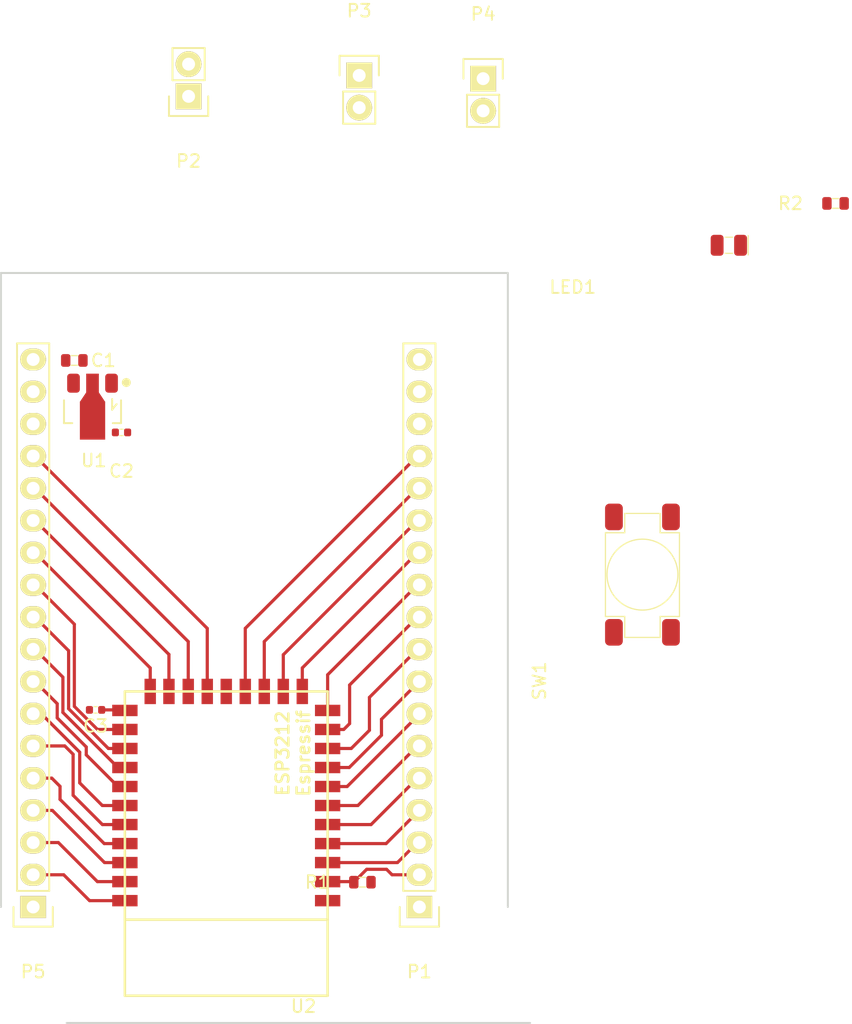
<source format=kicad_pcb>
(kicad_pcb (version 20160815) (host pcbnew "(2016-09-14 revision 83ed3c9)-makepkg")

  (general
    (links 59)
    (no_connects 47)
    (area 99.924999 49.924999 141.832401 109.219201)
    (thickness 1.6)
    (drawings 5)
    (tracks 113)
    (zones 0)
    (modules 14)
    (nets 36)
  )

  (page A4)
  (layers
    (0 F.Cu signal)
    (31 B.Cu signal)
    (32 B.Adhes user)
    (33 F.Adhes user)
    (34 B.Paste user)
    (35 F.Paste user)
    (36 B.SilkS user)
    (37 F.SilkS user)
    (38 B.Mask user)
    (39 F.Mask user)
    (40 Dwgs.User user)
    (41 Cmts.User user)
    (42 Eco1.User user)
    (43 Eco2.User user)
    (44 Edge.Cuts user)
    (45 Margin user)
    (46 B.CrtYd user)
    (47 F.CrtYd user)
    (48 B.Fab user)
    (49 F.Fab user hide)
  )

  (setup
    (last_trace_width 0.25)
    (trace_clearance 0.2)
    (zone_clearance 0.508)
    (zone_45_only no)
    (trace_min 0.2)
    (segment_width 0.2)
    (edge_width 0.15)
    (via_size 0.6)
    (via_drill 0.4)
    (via_min_size 0.4)
    (via_min_drill 0.3)
    (uvia_size 0.3)
    (uvia_drill 0.1)
    (uvias_allowed no)
    (uvia_min_size 0.2)
    (uvia_min_drill 0.1)
    (pcb_text_width 0.3)
    (pcb_text_size 1.5 1.5)
    (mod_edge_width 0.15)
    (mod_text_size 0.5 0.5)
    (mod_text_width 0.1)
    (pad_size 1.524 1.524)
    (pad_drill 0.762)
    (pad_to_mask_clearance 0.2)
    (aux_axis_origin 0 0)
    (grid_origin 117.983 112.9034)
    (visible_elements 7FFFFFFF)
    (pcbplotparams
      (layerselection 0x00030_80000001)
      (usegerberextensions false)
      (excludeedgelayer true)
      (linewidth 0.100000)
      (plotframeref false)
      (viasonmask false)
      (mode 1)
      (useauxorigin false)
      (hpglpennumber 1)
      (hpglpenspeed 20)
      (hpglpendiameter 15)
      (psnegative false)
      (psa4output false)
      (plotreference true)
      (plotvalue true)
      (plotinvisibletext false)
      (padsonsilk false)
      (subtractmaskfromsilk false)
      (outputformat 1)
      (mirror false)
      (drillshape 1)
      (scaleselection 1)
      (outputdirectory ""))
  )

  (net 0 "")
  (net 1 GND)
  (net 2 +3V3)
  (net 3 +5V)
  (net 4 "Net-(P1-Pad12)")
  (net 5 "Net-(P1-Pad13)")
  (net 6 "Net-(P1-Pad14)")
  (net 7 "Net-(P1-Pad15)")
  (net 8 "Net-(P2-Pad1)")
  (net 9 "Net-(LED1-Pad1)")
  (net 10 /IO27)
  (net 11 /IO26)
  (net 12 /IO25)
  (net 13 /IO33)
  (net 14 /IO32)
  (net 15 /IO35)
  (net 16 /IO34)
  (net 17 "Net-(P1-Pad4)")
  (net 18 "Net-(P1-Pad3)")
  (net 19 "Net-(P1-Pad2)")
  (net 20 "Net-(P3-Pad1)")
  (net 21 "Net-(P4-Pad1)")
  (net 22 "Net-(P4-Pad2)")
  (net 23 /TXD)
  (net 24 /RXD)
  (net 25 "Net-(P5-Pad6)")
  (net 26 "Net-(P5-Pad7)")
  (net 27 "Net-(P5-Pad8)")
  (net 28 "Net-(P5-Pad9)")
  (net 29 "Net-(P5-Pad10)")
  (net 30 "Net-(P5-Pad11)")
  (net 31 "Net-(P5-Pad12)")
  (net 32 "Net-(P5-Pad13)")
  (net 33 "Net-(P5-Pad3)")
  (net 34 "Net-(R2-Pad1)")
  (net 35 "Net-(LED1-Pad2)")

  (net_class Default "This is the default net class."
    (clearance 0.2)
    (trace_width 0.25)
    (via_dia 0.6)
    (via_drill 0.4)
    (uvia_dia 0.3)
    (uvia_drill 0.1)
    (diff_pair_gap 0.25)
    (diff_pair_width 0.2)
    (add_net +3V3)
    (add_net +5V)
    (add_net /IO25)
    (add_net /IO26)
    (add_net /IO27)
    (add_net /IO32)
    (add_net /IO33)
    (add_net /IO34)
    (add_net /IO35)
    (add_net /RXD)
    (add_net /TXD)
    (add_net GND)
    (add_net "Net-(LED1-Pad1)")
    (add_net "Net-(LED1-Pad2)")
    (add_net "Net-(P1-Pad12)")
    (add_net "Net-(P1-Pad13)")
    (add_net "Net-(P1-Pad14)")
    (add_net "Net-(P1-Pad15)")
    (add_net "Net-(P1-Pad2)")
    (add_net "Net-(P1-Pad3)")
    (add_net "Net-(P1-Pad4)")
    (add_net "Net-(P2-Pad1)")
    (add_net "Net-(P3-Pad1)")
    (add_net "Net-(P4-Pad1)")
    (add_net "Net-(P4-Pad2)")
    (add_net "Net-(P5-Pad10)")
    (add_net "Net-(P5-Pad11)")
    (add_net "Net-(P5-Pad12)")
    (add_net "Net-(P5-Pad13)")
    (add_net "Net-(P5-Pad3)")
    (add_net "Net-(P5-Pad6)")
    (add_net "Net-(P5-Pad7)")
    (add_net "Net-(P5-Pad8)")
    (add_net "Net-(P5-Pad9)")
    (add_net "Net-(R2-Pad1)")
  )

  (module PCB_Footprints:C0402 (layer F.Cu) (tedit 57E6FB87) (tstamp 57CFBCC8)
    (at 109.5121 62.5729)
    (path /57D03501)
    (fp_text reference C2 (at 0 3.048) (layer F.SilkS)
      (effects (font (size 1 1) (thickness 0.15)))
    )
    (fp_text value CL05B104JP5NNNC (at 0 -2.159) (layer F.Fab)
      (effects (font (size 1 1) (thickness 0.15)))
    )
    (fp_line (start -0.127 -0.254) (end 0.127 -0.254) (layer F.SilkS) (width 0.1))
    (fp_line (start -0.127 0.254) (end 0.127 0.254) (layer F.SilkS) (width 0.1))
    (fp_line (start -0.965 -0.508) (end 0.965 -0.508) (layer Dwgs.User) (width 0.05))
    (fp_line (start 0.965 -0.508) (end 0.965 0.508) (layer Dwgs.User) (width 0.05))
    (fp_line (start -0.965 0.508) (end 0.965 0.508) (layer Dwgs.User) (width 0.05))
    (fp_line (start -0.965 -0.508) (end -0.965 0.508) (layer Dwgs.User) (width 0.05))
    (fp_line (start 0 -0.127) (end 0 0.127) (layer Dwgs.User) (width 0.05))
    (fp_line (start 0.127 0) (end -0.127 0) (layer Dwgs.User) (width 0.05))
    (fp_line (start -0.5 0.29) (end 0.5 0.29) (layer Eco1.User) (width 0.05))
    (fp_line (start -0.5 -0.29) (end -0.5 0.29) (layer Eco1.User) (width 0.05))
    (fp_line (start 0.5 -0.29) (end -0.5 -0.29) (layer Eco1.User) (width 0.05))
    (fp_line (start 0.5 0.29) (end 0.5 -0.29) (layer Eco1.User) (width 0.05))
    (pad 1 smd roundrect (at -0.483 0) (size 0.559 0.61) (layers F.Cu F.Paste F.Mask)(roundrect_rratio 0.25)
      (net 2 +3V3) (solder_mask_margin 0.102))
    (pad 2 smd roundrect (at 0.483 0) (size 0.559 0.61) (layers F.Cu F.Paste F.Mask)(roundrect_rratio 0.25)
      (net 1 GND) (solder_mask_margin 0.102))
    (model C:/Users/adam/Documents/GitHub/footprints/3D/STEP/CAPC-0402-T0.55-BN.stp
      (at (xyz 0 0 0))
      (scale (xyz 1 1 1))
      (rotate (xyz 0 0 0))
    )
  )

  (module ESP32-footprints-Lib:ESP3212 (layer F.Cu) (tedit 57E6FB87) (tstamp 57CFBD30)
    (at 117.78 95 180)
    (path /57E608A1)
    (fp_text reference U2 (at -6.096 -12.827 180) (layer F.SilkS)
      (effects (font (size 1 1) (thickness 0.15)))
    )
    (fp_text value ESP3212 (at 4.953 -12.954 180) (layer F.Fab)
      (effects (font (size 1 1) (thickness 0.15)))
    )
    (fp_line (start -8 12) (end -8 -12) (layer F.SilkS) (width 0.2))
    (fp_line (start 8 12) (end -8 12) (layer F.SilkS) (width 0.2))
    (fp_line (start 8 -12) (end 8 12) (layer F.SilkS) (width 0.2))
    (fp_line (start -8 -12) (end 8 -12) (layer F.SilkS) (width 0.2))
    (fp_line (start -8 -6) (end 8 -6) (layer F.SilkS) (width 0.2))
    (fp_text user ESP3212 (at -4.445 7.112 270) (layer F.SilkS)
      (effects (font (size 1 1) (thickness 0.2)))
    )
    (fp_text user Espressif (at -6.096 7.112 270) (layer F.SilkS)
      (effects (font (size 1 1) (thickness 0.2)))
    )
    (fp_text user "NO COPPER" (at 0 -8.763 180) (layer Dwgs.User)
      (effects (font (size 1 1) (thickness 0.15)))
    )
    (fp_line (start 0 -1.5) (end 0 1.5) (layer Dwgs.User) (width 0.05))
    (fp_line (start 1.5 0) (end -1.5 0) (layer Dwgs.User) (width 0.05))
    (pad 20 smd rect (at 6 12 180) (size 0.9 2) (layers F.Cu F.Paste F.Mask)
      (net 31 "Net-(P5-Pad12)"))
    (pad 19 smd rect (at 4.524 12 180) (size 0.9 2) (layers F.Cu F.Paste F.Mask)
      (net 32 "Net-(P5-Pad13)"))
    (pad 18 smd rect (at 3 12 180) (size 0.9 2) (layers F.Cu F.Paste F.Mask)
      (net 8 "Net-(P2-Pad1)"))
    (pad 17 smd rect (at 1.5 12 180) (size 0.9 2) (layers F.Cu F.Paste F.Mask)
      (net 20 "Net-(P3-Pad1)"))
    (pad 16 smd rect (at 0 12 180) (size 0.9 2) (layers F.Cu F.Paste F.Mask)
      (net 1 GND))
    (pad 15 smd rect (at -1.5 12 180) (size 0.9 2) (layers F.Cu F.Paste F.Mask)
      (net 7 "Net-(P1-Pad15)"))
    (pad 14 smd rect (at -3 12 180) (size 0.9 2) (layers F.Cu F.Paste F.Mask)
      (net 6 "Net-(P1-Pad14)"))
    (pad 13 smd rect (at -4.5 12 180) (size 0.9 2) (layers F.Cu F.Paste F.Mask)
      (net 5 "Net-(P1-Pad13)"))
    (pad 12 smd rect (at -6 12 180) (size 0.9 2) (layers F.Cu F.Paste F.Mask)
      (net 4 "Net-(P1-Pad12)"))
    (pad 1 smd rect (at -8 -4.5 180) (size 2 0.9) (layers F.Cu F.Paste F.Mask)
      (net 1 GND))
    (pad 26 smd rect (at 8 3 180) (size 2 0.9) (layers F.Cu F.Paste F.Mask)
      (net 26 "Net-(P5-Pad7)"))
    (pad 2 smd rect (at -8 -3 180) (size 2 0.9) (layers F.Cu F.Paste F.Mask)
      (net 19 "Net-(P1-Pad2)"))
    (pad 3 smd rect (at -8 -1.5 180) (size 2 0.9) (layers F.Cu F.Paste F.Mask)
      (net 18 "Net-(P1-Pad3)"))
    (pad 4 smd rect (at -8 0 180) (size 2 0.9) (layers F.Cu F.Paste F.Mask)
      (net 17 "Net-(P1-Pad4)"))
    (pad 5 smd rect (at -8 1.5 180) (size 2 0.9) (layers F.Cu F.Paste F.Mask)
      (net 16 /IO34))
    (pad 6 smd rect (at -8 3 180) (size 2 0.9) (layers F.Cu F.Paste F.Mask)
      (net 15 /IO35))
    (pad 7 smd rect (at -8 4.5 180) (size 2 0.9) (layers F.Cu F.Paste F.Mask)
      (net 14 /IO32))
    (pad 8 smd rect (at -8 6 180) (size 2 0.9) (layers F.Cu F.Paste F.Mask)
      (net 13 /IO33))
    (pad 9 smd rect (at -8 7.5 180) (size 2 0.9) (layers F.Cu F.Paste F.Mask)
      (net 12 /IO25))
    (pad 10 smd rect (at -8 9 180) (size 2 0.9) (layers F.Cu F.Paste F.Mask)
      (net 11 /IO26))
    (pad 11 smd rect (at -8 10.5 180) (size 2 0.9) (layers F.Cu F.Paste F.Mask)
      (net 10 /IO27))
    (pad 21 smd rect (at 8 10.5 180) (size 2 0.9) (layers F.Cu F.Paste F.Mask)
      (net 2 +3V3))
    (pad 22 smd rect (at 8 9 180) (size 2 0.9) (layers F.Cu F.Paste F.Mask)
      (net 30 "Net-(P5-Pad11)"))
    (pad 23 smd rect (at 8 7.5 180) (size 2 0.9) (layers F.Cu F.Paste F.Mask)
      (net 29 "Net-(P5-Pad10)"))
    (pad 24 smd rect (at 8 6 180) (size 2 0.9) (layers F.Cu F.Paste F.Mask)
      (net 28 "Net-(P5-Pad9)"))
    (pad 25 smd rect (at 8.001 4.5 180) (size 2 0.9) (layers F.Cu F.Paste F.Mask)
      (net 27 "Net-(P5-Pad8)"))
    (pad 27 smd rect (at 8 1.5 180) (size 2 0.9) (layers F.Cu F.Paste F.Mask)
      (net 25 "Net-(P5-Pad6)"))
    (pad 28 smd rect (at 8 0 180) (size 2 0.9) (layers F.Cu F.Paste F.Mask)
      (net 24 /RXD))
    (pad 29 smd rect (at 8 -1.5 180) (size 2 0.9) (layers F.Cu F.Paste F.Mask)
      (net 23 /TXD))
    (pad 30 smd rect (at 8 -3 180) (size 2 0.9) (layers F.Cu F.Paste F.Mask)
      (net 33 "Net-(P5-Pad3)"))
    (pad 31 smd rect (at 8 -4.5 180) (size 2 0.9) (layers F.Cu F.Paste F.Mask)
      (net 1 GND))
  )

  (module PCB_Footprints:C0603 (layer F.Cu) (tedit 57E71FBD) (tstamp 57CFBCC0)
    (at 105.791 56.8964 180)
    (path /57D06BFA)
    (fp_text reference C1 (at -2.286 0 180) (layer F.SilkS)
      (effects (font (size 1 1) (thickness 0.15)))
    )
    (fp_text value CL10A106KQ8NNNC (at 0 -1.397 180) (layer F.Fab)
      (effects (font (size 1 1) (thickness 0.15)))
    )
    (fp_line (start -0.254 -0.381) (end 0.254 -0.381) (layer F.SilkS) (width 0.1))
    (fp_line (start -0.254 0.381) (end 0.254 0.381) (layer F.SilkS) (width 0.1))
    (fp_line (start -1.275 -0.7) (end 1.275 -0.7) (layer Dwgs.User) (width 0.05))
    (fp_line (start -1.275 0.7) (end 1.275 0.7) (layer Dwgs.User) (width 0.05))
    (fp_line (start -1.275 -0.7) (end -1.275 0.7) (layer Dwgs.User) (width 0.05))
    (fp_line (start 1.275 -0.7) (end 1.275 0.7) (layer Dwgs.User) (width 0.05))
    (fp_line (start 0 -0.127) (end 0 0.127) (layer Dwgs.User) (width 0.05))
    (fp_line (start 0.127 0) (end -0.127 0) (layer Dwgs.User) (width 0.05))
    (fp_line (start 0.127 -0.254) (end -0.127 -0.254) (layer F.Mask) (width 0.05))
    (fp_line (start 0.127 0.254) (end 0.127 -0.254) (layer F.Mask) (width 0.05))
    (fp_line (start -0.127 0.254) (end 0.127 0.254) (layer F.Mask) (width 0.05))
    (fp_line (start -0.127 -0.254) (end -0.127 0.254) (layer F.Mask) (width 0.05))
    (fp_line (start 0.8 -0.4) (end -0.8 -0.4) (layer Eco1.User) (width 0.05))
    (fp_line (start 0.8 0.4) (end 0.8 -0.4) (layer Eco1.User) (width 0.05))
    (fp_line (start -0.8 0.4) (end 0.8 0.4) (layer Eco1.User) (width 0.05))
    (fp_line (start -0.8 -0.4) (end -0.8 0.4) (layer Eco1.User) (width 0.05))
    (pad 1 smd roundrect (at -0.68 0 180) (size 0.74 1) (layers F.Cu F.Paste F.Mask)(roundrect_rratio 0.25)
      (net 3 +5V) (solder_mask_margin 0.102))
    (pad 2 smd roundrect (at 0.68 0 180) (size 0.74 1) (layers F.Cu F.Paste F.Mask)(roundrect_rratio 0.25)
      (net 1 GND) (solder_mask_margin 0.102))
    (model C:/Users/adam/Documents/GitHub/footprints/3D/STEP/CAPC-0603-T0.9-BN.stp
      (at (xyz 0 0 0))
      (scale (xyz 1 1 1))
      (rotate (xyz 0 0 0))
    )
  )

  (module PCB_Footprints:AZ1117CR-3.3TRG1 (layer F.Cu) (tedit 57E6FB87) (tstamp 57CFBCFE)
    (at 107.2261 60.5409 180)
    (descr SOT89-3_Housing)
    (tags SOT89-3_Housing)
    (path /57D03030)
    (attr smd)
    (fp_text reference U1 (at -0.09906 -4.24942 180) (layer F.SilkS)
      (effects (font (size 1 1) (thickness 0.15)))
    )
    (fp_text value AZ1117CR-3.3TRG1_1 (at 0 3.556 180) (layer F.Fab)
      (effects (font (size 1 1) (thickness 0.15)))
    )
    (fp_line (start 2.25044 -1.30048) (end 1.6002 -1.30048) (layer F.SilkS) (width 0.15))
    (fp_line (start 2.25044 -1.30048) (end 2.25044 0.50038) (layer F.SilkS) (width 0.15))
    (fp_line (start -2.25044 -1.30048) (end -1.6002 -1.30048) (layer F.SilkS) (width 0.15))
    (fp_line (start -2.25044 -1.30048) (end -2.25044 0.50038) (layer F.SilkS) (width 0.15))
    (fp_line (start -1.5494 -0.24892) (end -1.5494 0.59944) (layer F.SilkS) (width 0.15))
    (fp_line (start -1.651 -0.09906) (end -1.5494 -0.24892) (layer F.SilkS) (width 0.15))
    (fp_line (start -1.89992 0.20066) (end -1.651 -0.09906) (layer F.SilkS) (width 0.15))
    (fp_circle (center -2.667 1.905) (end -2.54 2.032) (layer F.SilkS) (width 0.35))
    (pad 2 smd trapezoid (at 0 0.7493) (size 1.50114 0.7493) (rect_delta 0 0.50038 ) (layers F.Cu F.Paste F.Mask)
      (net 2 +3V3) (solder_mask_margin 0.102))
    (pad 2 smd rect (at 0 -1.09982 180) (size 1.99898 2.99974) (layers F.Cu F.Paste F.Mask)
      (net 2 +3V3) (solder_mask_margin 0.102))
    (pad 3 smd roundrect (at 1.50114 1.85166 180) (size 1.00076 1.50114) (layers F.Cu F.Paste F.Mask)(roundrect_rratio 0.25)
      (net 3 +5V) (solder_mask_margin 0.102))
    (pad 2 smd rect (at 0 1.85166 180) (size 1.00076 1.50114) (layers F.Cu F.Paste F.Mask)
      (net 2 +3V3) (solder_mask_margin 0.102))
    (pad 1 smd roundrect (at -1.50114 1.85166 180) (size 1.00076 1.50114) (layers F.Cu F.Paste F.Mask)(roundrect_rratio 0.25)
      (net 1 GND) (solder_mask_margin 0.102))
    (model TO_SOT_Packages_SMD.3dshapes/SOT89-3_Housing.wrl
      (at (xyz 0 0 0))
      (scale (xyz 0.3937 0.3937 0.3937))
      (rotate (xyz 0 0 0))
    )
  )

  (module OnHand-Components:C0402 (layer F.Cu) (tedit 57E6FB87) (tstamp 57E6E3CC)
    (at 107.467 84.4554 180)
    (path /57E61ACF)
    (fp_text reference C3 (at 0 -1.27 180) (layer F.SilkS)
      (effects (font (size 1 1) (thickness 0.15)))
    )
    (fp_text value GRM155R71C104KA88D (at 0 -2.159 180) (layer F.Fab)
      (effects (font (size 1 1) (thickness 0.15)))
    )
    (fp_line (start -0.127 -0.254) (end 0.127 -0.254) (layer F.SilkS) (width 0.1))
    (fp_line (start -0.127 0.254) (end 0.127 0.254) (layer F.SilkS) (width 0.1))
    (fp_line (start -0.965 -0.508) (end 0.965 -0.508) (layer Dwgs.User) (width 0.05))
    (fp_line (start 0.965 -0.508) (end 0.965 0.508) (layer Dwgs.User) (width 0.05))
    (fp_line (start -0.965 0.508) (end 0.965 0.508) (layer Dwgs.User) (width 0.05))
    (fp_line (start -0.965 -0.508) (end -0.965 0.508) (layer Dwgs.User) (width 0.05))
    (fp_line (start 0 -0.127) (end 0 0.127) (layer Dwgs.User) (width 0.05))
    (fp_line (start 0.127 0) (end -0.127 0) (layer Dwgs.User) (width 0.05))
    (fp_line (start -0.5 0.29) (end 0.5 0.29) (layer Eco1.User) (width 0.05))
    (fp_line (start -0.5 -0.29) (end -0.5 0.29) (layer Eco1.User) (width 0.05))
    (fp_line (start 0.5 -0.29) (end -0.5 -0.29) (layer Eco1.User) (width 0.05))
    (fp_line (start 0.5 0.29) (end 0.5 -0.29) (layer Eco1.User) (width 0.05))
    (pad 1 smd roundrect (at -0.483 0 180) (size 0.559 0.61) (layers F.Cu F.Paste F.Mask)(roundrect_rratio 0.25)
      (net 2 +3V3) (solder_mask_margin 0.102))
    (pad 2 smd roundrect (at 0.483 0 180) (size 0.559 0.61) (layers F.Cu F.Paste F.Mask)(roundrect_rratio 0.25)
      (net 1 GND) (solder_mask_margin 0.102))
    (model C:/Users/adam/Documents/GitHub/KiCAD-OnHand-Lib/3D/CAPC-0402-T0.55-BN.stp
      (at (xyz 0 0 0))
      (scale (xyz 1 1 1))
      (rotate (xyz 0 0 0))
    )
  )

  (module OnHand-Components:LED0805Y (layer F.Cu) (tedit 57E6FB87) (tstamp 57E6E3D6)
    (at 157.440297 47.813342)
    (path /57E61D38)
    (fp_text reference LED1 (at -12.319 3.302) (layer F.SilkS)
      (effects (font (size 1 1) (thickness 0.15)))
    )
    (fp_text value 5988140107F (at -6.731 -4.826) (layer F.Fab)
      (effects (font (size 1 1) (thickness 0.15)))
    )
    (fp_line (start 0.3 -0.635) (end -0.3 -0.635) (layer F.SilkS) (width 0.1))
    (fp_line (start -0.3 0.635) (end 0.3 0.635) (layer F.SilkS) (width 0.1))
    (fp_line (start 1.524 -0.762) (end 1.524 0.762) (layer F.SilkS) (width 0.1))
    (fp_line (start -1.651 -1.016) (end 1.778 -1.016) (layer Dwgs.User) (width 0.05))
    (fp_line (start -1.651 1.016) (end -1.651 -1.016) (layer Dwgs.User) (width 0.05))
    (fp_line (start 1.778 1.016) (end -1.651 1.016) (layer Dwgs.User) (width 0.05))
    (fp_line (start 1.778 -1.016) (end 1.778 1.016) (layer Dwgs.User) (width 0.05))
    (fp_line (start 0 -0.254) (end 0 0.254) (layer Dwgs.User) (width 0.05))
    (fp_line (start -0.254 0) (end 0.254 0) (layer Dwgs.User) (width 0.05))
    (fp_line (start -1.1 -0.7) (end 1.1 -0.7) (layer Eco1.User) (width 0.05))
    (fp_line (start -1.1 0.7) (end -1.1 -0.7) (layer Eco1.User) (width 0.05))
    (fp_line (start 1.1 0.7) (end -1.1 0.7) (layer Eco1.User) (width 0.05))
    (fp_line (start 1.1 -0.7) (end 1.1 0.7) (layer Eco1.User) (width 0.05))
    (pad 2 smd roundrect (at 0.925 0) (size 1.016 1.651) (layers F.Cu F.Paste F.Mask)(roundrect_rratio 0.25)
      (net 35 "Net-(LED1-Pad2)") (solder_mask_margin 0.102))
    (pad 1 smd roundrect (at -0.925 0) (size 1.016 1.651) (layers F.Cu F.Paste F.Mask)(roundrect_rratio 0.25)
      (net 9 "Net-(LED1-Pad1)") (solder_mask_margin 0.102))
    (model C:/Users/adam/Documents/GitHub/KiCAD-OnHand-Lib/3D/VRML/AB2_0805_LED_YEL.wrl
      (at (xyz 0 0 0))
      (scale (xyz 0.45 0.45 0.45))
      (rotate (xyz 0 0 0))
    )
  )

  (module Pin_Headers:Pin_Header_Straight_1x18 (layer F.Cu) (tedit 57E6FB87) (tstamp 57E6E3D7)
    (at 133.02 100 180)
    (descr "Through hole pin header")
    (tags "pin header")
    (path /57E6752B)
    (fp_text reference P1 (at 0 -5.1 180) (layer F.SilkS)
      (effects (font (size 1 1) (thickness 0.15)))
    )
    (fp_text value CONN_01X18 (at 0 -3.1 180) (layer F.Fab)
      (effects (font (size 1 1) (thickness 0.15)))
    )
    (fp_line (start -1.75 -1.75) (end -1.75 44.95) (layer F.CrtYd) (width 0.05))
    (fp_line (start 1.75 -1.75) (end 1.75 44.95) (layer F.CrtYd) (width 0.05))
    (fp_line (start -1.75 -1.75) (end 1.75 -1.75) (layer F.CrtYd) (width 0.05))
    (fp_line (start -1.75 44.95) (end 1.75 44.95) (layer F.CrtYd) (width 0.05))
    (fp_line (start 1.27 1.27) (end 1.27 44.45) (layer F.SilkS) (width 0.15))
    (fp_line (start 1.27 44.45) (end -1.27 44.45) (layer F.SilkS) (width 0.15))
    (fp_line (start -1.27 44.45) (end -1.27 1.27) (layer F.SilkS) (width 0.15))
    (fp_line (start 1.55 -1.55) (end 1.55 0) (layer F.SilkS) (width 0.15))
    (fp_line (start 1.27 1.27) (end -1.27 1.27) (layer F.SilkS) (width 0.15))
    (fp_line (start -1.55 0) (end -1.55 -1.55) (layer F.SilkS) (width 0.15))
    (fp_line (start -1.55 -1.55) (end 1.55 -1.55) (layer F.SilkS) (width 0.15))
    (pad 18 thru_hole oval (at 0 43.18 180) (size 2.032 1.7272) (drill 1.016) (layers *.Cu *.Mask F.SilkS)
      (net 1 GND))
    (pad 17 thru_hole oval (at 0 40.64 180) (size 2.032 1.7272) (drill 1.016) (layers *.Cu *.Mask F.SilkS)
      (net 3 +5V))
    (pad 16 thru_hole oval (at 0 38.1 180) (size 2.032 1.7272) (drill 1.016) (layers *.Cu *.Mask F.SilkS)
      (net 2 +3V3))
    (pad 15 thru_hole oval (at 0 35.56 180) (size 2.032 1.7272) (drill 1.016) (layers *.Cu *.Mask F.SilkS)
      (net 7 "Net-(P1-Pad15)"))
    (pad 14 thru_hole oval (at 0 33.02 180) (size 2.032 1.7272) (drill 1.016) (layers *.Cu *.Mask F.SilkS)
      (net 6 "Net-(P1-Pad14)"))
    (pad 13 thru_hole oval (at 0 30.48 180) (size 2.032 1.7272) (drill 1.016) (layers *.Cu *.Mask F.SilkS)
      (net 5 "Net-(P1-Pad13)"))
    (pad 12 thru_hole oval (at 0 27.94 180) (size 2.032 1.7272) (drill 1.016) (layers *.Cu *.Mask F.SilkS)
      (net 4 "Net-(P1-Pad12)"))
    (pad 11 thru_hole oval (at 0 25.4 180) (size 2.032 1.7272) (drill 1.016) (layers *.Cu *.Mask F.SilkS)
      (net 10 /IO27))
    (pad 10 thru_hole oval (at 0 22.86 180) (size 2.032 1.7272) (drill 1.016) (layers *.Cu *.Mask F.SilkS)
      (net 11 /IO26))
    (pad 9 thru_hole oval (at 0 20.32 180) (size 2.032 1.7272) (drill 1.016) (layers *.Cu *.Mask F.SilkS)
      (net 12 /IO25))
    (pad 8 thru_hole oval (at 0 17.78 180) (size 2.032 1.7272) (drill 1.016) (layers *.Cu *.Mask F.SilkS)
      (net 13 /IO33))
    (pad 7 thru_hole oval (at 0 15.24 180) (size 2.032 1.7272) (drill 1.016) (layers *.Cu *.Mask F.SilkS)
      (net 14 /IO32))
    (pad 6 thru_hole oval (at 0 12.7 180) (size 2.032 1.7272) (drill 1.016) (layers *.Cu *.Mask F.SilkS)
      (net 15 /IO35))
    (pad 5 thru_hole oval (at 0 10.16 180) (size 2.032 1.7272) (drill 1.016) (layers *.Cu *.Mask F.SilkS)
      (net 16 /IO34))
    (pad 4 thru_hole oval (at 0 7.62 180) (size 2.032 1.7272) (drill 1.016) (layers *.Cu *.Mask F.SilkS)
      (net 17 "Net-(P1-Pad4)"))
    (pad 3 thru_hole oval (at 0 5.08 180) (size 2.032 1.7272) (drill 1.016) (layers *.Cu *.Mask F.SilkS)
      (net 18 "Net-(P1-Pad3)"))
    (pad 2 thru_hole oval (at 0 2.54 180) (size 2.032 1.7272) (drill 1.016) (layers *.Cu *.Mask F.SilkS)
      (net 19 "Net-(P1-Pad2)"))
    (pad 1 thru_hole rect (at 0 0 180) (size 2.032 1.7272) (drill 1.016) (layers *.Cu *.Mask F.SilkS)
      (net 1 GND))
    (model Pin_Headers.3dshapes/Pin_Header_Straight_1x18.wrl
      (at (xyz 0 -0.85 0))
      (scale (xyz 1 1 1))
      (rotate (xyz 0 0 90))
    )
  )

  (module Pin_Headers:Pin_Header_Straight_1x02 (layer F.Cu) (tedit 57E6FB87) (tstamp 57E6E3EC)
    (at 114.808 36.0684 180)
    (descr "Through hole pin header")
    (tags "pin header")
    (path /57E66D4B)
    (fp_text reference P2 (at 0 -5.1 180) (layer F.SilkS)
      (effects (font (size 1 1) (thickness 0.15)))
    )
    (fp_text value CONN_01X02 (at 0 -3.1 180) (layer F.Fab)
      (effects (font (size 1 1) (thickness 0.15)))
    )
    (fp_line (start 1.27 1.27) (end 1.27 3.81) (layer F.SilkS) (width 0.15))
    (fp_line (start 1.55 -1.55) (end 1.55 0) (layer F.SilkS) (width 0.15))
    (fp_line (start -1.75 -1.75) (end -1.75 4.3) (layer F.CrtYd) (width 0.05))
    (fp_line (start 1.75 -1.75) (end 1.75 4.3) (layer F.CrtYd) (width 0.05))
    (fp_line (start -1.75 -1.75) (end 1.75 -1.75) (layer F.CrtYd) (width 0.05))
    (fp_line (start -1.75 4.3) (end 1.75 4.3) (layer F.CrtYd) (width 0.05))
    (fp_line (start 1.27 1.27) (end -1.27 1.27) (layer F.SilkS) (width 0.15))
    (fp_line (start -1.55 0) (end -1.55 -1.55) (layer F.SilkS) (width 0.15))
    (fp_line (start -1.55 -1.55) (end 1.55 -1.55) (layer F.SilkS) (width 0.15))
    (fp_line (start -1.27 1.27) (end -1.27 3.81) (layer F.SilkS) (width 0.15))
    (fp_line (start -1.27 3.81) (end 1.27 3.81) (layer F.SilkS) (width 0.15))
    (pad 2 thru_hole oval (at 0 2.54 180) (size 2.032 2.032) (drill 1.016) (layers *.Cu *.Mask F.SilkS)
      (net 1 GND))
    (pad 1 thru_hole rect (at 0 0 180) (size 2.032 2.032) (drill 1.016) (layers *.Cu *.Mask F.SilkS)
      (net 8 "Net-(P2-Pad1)"))
    (model Pin_Headers.3dshapes/Pin_Header_Straight_1x02.wrl
      (at (xyz 0 -0.05 0))
      (scale (xyz 1 1 1))
      (rotate (xyz 0 0 90))
    )
  )

  (module Pin_Headers:Pin_Header_Straight_1x02 (layer F.Cu) (tedit 57E6FB87) (tstamp 57E6E3F6)
    (at 128.27 34.4174)
    (descr "Through hole pin header")
    (tags "pin header")
    (path /57E67049)
    (fp_text reference P3 (at 0 -5.1) (layer F.SilkS)
      (effects (font (size 1 1) (thickness 0.15)))
    )
    (fp_text value CONN_01X02 (at 0 -3.1) (layer F.Fab)
      (effects (font (size 1 1) (thickness 0.15)))
    )
    (fp_line (start 1.27 1.27) (end 1.27 3.81) (layer F.SilkS) (width 0.15))
    (fp_line (start 1.55 -1.55) (end 1.55 0) (layer F.SilkS) (width 0.15))
    (fp_line (start -1.75 -1.75) (end -1.75 4.3) (layer F.CrtYd) (width 0.05))
    (fp_line (start 1.75 -1.75) (end 1.75 4.3) (layer F.CrtYd) (width 0.05))
    (fp_line (start -1.75 -1.75) (end 1.75 -1.75) (layer F.CrtYd) (width 0.05))
    (fp_line (start -1.75 4.3) (end 1.75 4.3) (layer F.CrtYd) (width 0.05))
    (fp_line (start 1.27 1.27) (end -1.27 1.27) (layer F.SilkS) (width 0.15))
    (fp_line (start -1.55 0) (end -1.55 -1.55) (layer F.SilkS) (width 0.15))
    (fp_line (start -1.55 -1.55) (end 1.55 -1.55) (layer F.SilkS) (width 0.15))
    (fp_line (start -1.27 1.27) (end -1.27 3.81) (layer F.SilkS) (width 0.15))
    (fp_line (start -1.27 3.81) (end 1.27 3.81) (layer F.SilkS) (width 0.15))
    (pad 2 thru_hole oval (at 0 2.54) (size 2.032 2.032) (drill 1.016) (layers *.Cu *.Mask F.SilkS)
      (net 1 GND))
    (pad 1 thru_hole rect (at 0 0) (size 2.032 2.032) (drill 1.016) (layers *.Cu *.Mask F.SilkS)
      (net 20 "Net-(P3-Pad1)"))
    (model Pin_Headers.3dshapes/Pin_Header_Straight_1x02.wrl
      (at (xyz 0 -0.05 0))
      (scale (xyz 1 1 1))
      (rotate (xyz 0 0 90))
    )
  )

  (module Pin_Headers:Pin_Header_Straight_1x02 (layer F.Cu) (tedit 57E6FB87) (tstamp 57E6E3FC)
    (at 138.049 34.6714)
    (descr "Through hole pin header")
    (tags "pin header")
    (path /57E692C1)
    (fp_text reference P4 (at 0 -5.1) (layer F.SilkS)
      (effects (font (size 1 1) (thickness 0.15)))
    )
    (fp_text value CONN_01X02 (at 0 -3.1) (layer F.Fab)
      (effects (font (size 1 1) (thickness 0.15)))
    )
    (fp_line (start 1.27 1.27) (end 1.27 3.81) (layer F.SilkS) (width 0.15))
    (fp_line (start 1.55 -1.55) (end 1.55 0) (layer F.SilkS) (width 0.15))
    (fp_line (start -1.75 -1.75) (end -1.75 4.3) (layer F.CrtYd) (width 0.05))
    (fp_line (start 1.75 -1.75) (end 1.75 4.3) (layer F.CrtYd) (width 0.05))
    (fp_line (start -1.75 -1.75) (end 1.75 -1.75) (layer F.CrtYd) (width 0.05))
    (fp_line (start -1.75 4.3) (end 1.75 4.3) (layer F.CrtYd) (width 0.05))
    (fp_line (start 1.27 1.27) (end -1.27 1.27) (layer F.SilkS) (width 0.15))
    (fp_line (start -1.55 0) (end -1.55 -1.55) (layer F.SilkS) (width 0.15))
    (fp_line (start -1.55 -1.55) (end 1.55 -1.55) (layer F.SilkS) (width 0.15))
    (fp_line (start -1.27 1.27) (end -1.27 3.81) (layer F.SilkS) (width 0.15))
    (fp_line (start -1.27 3.81) (end 1.27 3.81) (layer F.SilkS) (width 0.15))
    (pad 2 thru_hole oval (at 0 2.54) (size 2.032 2.032) (drill 1.016) (layers *.Cu *.Mask F.SilkS)
      (net 22 "Net-(P4-Pad2)"))
    (pad 1 thru_hole rect (at 0 0) (size 2.032 2.032) (drill 1.016) (layers *.Cu *.Mask F.SilkS)
      (net 21 "Net-(P4-Pad1)"))
    (model Pin_Headers.3dshapes/Pin_Header_Straight_1x02.wrl
      (at (xyz 0 -0.05 0))
      (scale (xyz 1 1 1))
      (rotate (xyz 0 0 90))
    )
  )

  (module Pin_Headers:Pin_Header_Straight_1x18 (layer F.Cu) (tedit 57E6FB87) (tstamp 57E6E412)
    (at 102.54 100 180)
    (descr "Through hole pin header")
    (tags "pin header")
    (path /57E656A2)
    (fp_text reference P5 (at 0 -5.1 180) (layer F.SilkS)
      (effects (font (size 1 1) (thickness 0.15)))
    )
    (fp_text value CONN_01X18 (at 0 -3.1 180) (layer F.Fab)
      (effects (font (size 1 1) (thickness 0.15)))
    )
    (fp_line (start -1.75 -1.75) (end -1.75 44.95) (layer F.CrtYd) (width 0.05))
    (fp_line (start 1.75 -1.75) (end 1.75 44.95) (layer F.CrtYd) (width 0.05))
    (fp_line (start -1.75 -1.75) (end 1.75 -1.75) (layer F.CrtYd) (width 0.05))
    (fp_line (start -1.75 44.95) (end 1.75 44.95) (layer F.CrtYd) (width 0.05))
    (fp_line (start 1.27 1.27) (end 1.27 44.45) (layer F.SilkS) (width 0.15))
    (fp_line (start 1.27 44.45) (end -1.27 44.45) (layer F.SilkS) (width 0.15))
    (fp_line (start -1.27 44.45) (end -1.27 1.27) (layer F.SilkS) (width 0.15))
    (fp_line (start 1.55 -1.55) (end 1.55 0) (layer F.SilkS) (width 0.15))
    (fp_line (start 1.27 1.27) (end -1.27 1.27) (layer F.SilkS) (width 0.15))
    (fp_line (start -1.55 0) (end -1.55 -1.55) (layer F.SilkS) (width 0.15))
    (fp_line (start -1.55 -1.55) (end 1.55 -1.55) (layer F.SilkS) (width 0.15))
    (pad 18 thru_hole oval (at 0 43.18 180) (size 2.032 1.7272) (drill 1.016) (layers *.Cu *.Mask F.SilkS)
      (net 1 GND))
    (pad 17 thru_hole oval (at 0 40.64 180) (size 2.032 1.7272) (drill 1.016) (layers *.Cu *.Mask F.SilkS)
      (net 3 +5V))
    (pad 16 thru_hole oval (at 0 38.1 180) (size 2.032 1.7272) (drill 1.016) (layers *.Cu *.Mask F.SilkS)
      (net 2 +3V3))
    (pad 15 thru_hole oval (at 0 35.56 180) (size 2.032 1.7272) (drill 1.016) (layers *.Cu *.Mask F.SilkS)
      (net 20 "Net-(P3-Pad1)"))
    (pad 14 thru_hole oval (at 0 33.02 180) (size 2.032 1.7272) (drill 1.016) (layers *.Cu *.Mask F.SilkS)
      (net 8 "Net-(P2-Pad1)"))
    (pad 13 thru_hole oval (at 0 30.48 180) (size 2.032 1.7272) (drill 1.016) (layers *.Cu *.Mask F.SilkS)
      (net 32 "Net-(P5-Pad13)"))
    (pad 12 thru_hole oval (at 0 27.94 180) (size 2.032 1.7272) (drill 1.016) (layers *.Cu *.Mask F.SilkS)
      (net 31 "Net-(P5-Pad12)"))
    (pad 11 thru_hole oval (at 0 25.4 180) (size 2.032 1.7272) (drill 1.016) (layers *.Cu *.Mask F.SilkS)
      (net 30 "Net-(P5-Pad11)"))
    (pad 10 thru_hole oval (at 0 22.86 180) (size 2.032 1.7272) (drill 1.016) (layers *.Cu *.Mask F.SilkS)
      (net 29 "Net-(P5-Pad10)"))
    (pad 9 thru_hole oval (at 0 20.32 180) (size 2.032 1.7272) (drill 1.016) (layers *.Cu *.Mask F.SilkS)
      (net 28 "Net-(P5-Pad9)"))
    (pad 8 thru_hole oval (at 0 17.78 180) (size 2.032 1.7272) (drill 1.016) (layers *.Cu *.Mask F.SilkS)
      (net 27 "Net-(P5-Pad8)"))
    (pad 7 thru_hole oval (at 0 15.24 180) (size 2.032 1.7272) (drill 1.016) (layers *.Cu *.Mask F.SilkS)
      (net 26 "Net-(P5-Pad7)"))
    (pad 6 thru_hole oval (at 0 12.7 180) (size 2.032 1.7272) (drill 1.016) (layers *.Cu *.Mask F.SilkS)
      (net 25 "Net-(P5-Pad6)"))
    (pad 5 thru_hole oval (at 0 10.16 180) (size 2.032 1.7272) (drill 1.016) (layers *.Cu *.Mask F.SilkS)
      (net 24 /RXD))
    (pad 4 thru_hole oval (at 0 7.62 180) (size 2.032 1.7272) (drill 1.016) (layers *.Cu *.Mask F.SilkS)
      (net 23 /TXD))
    (pad 3 thru_hole oval (at 0 5.08 180) (size 2.032 1.7272) (drill 1.016) (layers *.Cu *.Mask F.SilkS)
      (net 33 "Net-(P5-Pad3)"))
    (pad 2 thru_hole oval (at 0 2.54 180) (size 2.032 1.7272) (drill 1.016) (layers *.Cu *.Mask F.SilkS)
      (net 1 GND))
    (pad 1 thru_hole rect (at 0 0 180) (size 2.032 1.7272) (drill 1.016) (layers *.Cu *.Mask F.SilkS)
      (net 1 GND))
    (model Pin_Headers.3dshapes/Pin_Header_Straight_1x18.wrl
      (at (xyz 0 -0.85 0))
      (scale (xyz 1 1 1))
      (rotate (xyz 0 0 90))
    )
  )

  (module OnHand-Components:R0603 (layer F.Cu) (tedit 57E6FB87) (tstamp 57E6E413)
    (at 128.524 98.0444)
    (path /57E6A79E)
    (fp_text reference R1 (at -3.556 0) (layer F.SilkS)
      (effects (font (size 1 1) (thickness 0.15)))
    )
    (fp_text value ERJ-3EKF1001V (at 0 -1.524) (layer F.Fab) hide
      (effects (font (size 1 1) (thickness 0.15)))
    )
    (fp_line (start -0.254 -0.381) (end 0.254 -0.381) (layer F.SilkS) (width 0.1))
    (fp_line (start -0.254 0.381) (end 0.254 0.381) (layer F.SilkS) (width 0.1))
    (fp_line (start 0 -0.254) (end 0 0.254) (layer Dwgs.User) (width 0.05))
    (fp_line (start 0.254 0) (end -0.254 0) (layer Dwgs.User) (width 0.05))
    (fp_line (start 1.275 -0.7) (end -1.275 -0.7) (layer Dwgs.User) (width 0.05))
    (fp_line (start 1.275 0.7) (end 1.275 -0.7) (layer Dwgs.User) (width 0.05))
    (fp_line (start -1.275 0.7) (end 1.275 0.7) (layer Dwgs.User) (width 0.05))
    (fp_line (start -1.275 -0.7) (end -1.275 0.7) (layer Dwgs.User) (width 0.05))
    (fp_line (start -0.8 -0.4) (end 0.8 -0.4) (layer Eco1.User) (width 0.05))
    (fp_line (start -0.8 0.4) (end -0.8 -0.4) (layer Eco1.User) (width 0.05))
    (fp_line (start 0.8 0.4) (end -0.8 0.4) (layer Eco1.User) (width 0.05))
    (fp_line (start 0.8 -0.4) (end 0.8 0.4) (layer Eco1.User) (width 0.05))
    (pad 1 smd roundrect (at -0.68 0) (size 0.74 1) (layers F.Cu F.Paste F.Mask)(roundrect_rratio 0.25)
      (net 19 "Net-(P1-Pad2)") (solder_mask_margin 0.102))
    (pad 2 smd roundrect (at 0.68 0) (size 0.74 1) (layers F.Cu F.Paste F.Mask)(roundrect_rratio 0.25)
      (net 2 +3V3) (solder_mask_margin 0.102))
    (model C:/Users/adam/Documents/GitHub/KiCAD-OnHand-Lib/3D/RES0603.stp
      (at (xyz 0 0 0))
      (scale (xyz 1 1 1))
      (rotate (xyz 0 0 0))
    )
  )

  (module OnHand-Components:R0603 (layer F.Cu) (tedit 57E6FB87) (tstamp 57E6E41D)
    (at 165.860821 44.511342)
    (path /57E61BD4)
    (fp_text reference R2 (at -3.556 0) (layer F.SilkS)
      (effects (font (size 1 1) (thickness 0.15)))
    )
    (fp_text value ERJ-3EKF1001V (at 0 -1.524) (layer F.Fab) hide
      (effects (font (size 1 1) (thickness 0.15)))
    )
    (fp_line (start -0.254 -0.381) (end 0.254 -0.381) (layer F.SilkS) (width 0.1))
    (fp_line (start -0.254 0.381) (end 0.254 0.381) (layer F.SilkS) (width 0.1))
    (fp_line (start 0 -0.254) (end 0 0.254) (layer Dwgs.User) (width 0.05))
    (fp_line (start 0.254 0) (end -0.254 0) (layer Dwgs.User) (width 0.05))
    (fp_line (start 1.275 -0.7) (end -1.275 -0.7) (layer Dwgs.User) (width 0.05))
    (fp_line (start 1.275 0.7) (end 1.275 -0.7) (layer Dwgs.User) (width 0.05))
    (fp_line (start -1.275 0.7) (end 1.275 0.7) (layer Dwgs.User) (width 0.05))
    (fp_line (start -1.275 -0.7) (end -1.275 0.7) (layer Dwgs.User) (width 0.05))
    (fp_line (start -0.8 -0.4) (end 0.8 -0.4) (layer Eco1.User) (width 0.05))
    (fp_line (start -0.8 0.4) (end -0.8 -0.4) (layer Eco1.User) (width 0.05))
    (fp_line (start 0.8 0.4) (end -0.8 0.4) (layer Eco1.User) (width 0.05))
    (fp_line (start 0.8 -0.4) (end 0.8 0.4) (layer Eco1.User) (width 0.05))
    (pad 1 smd roundrect (at -0.68 0) (size 0.74 1) (layers F.Cu F.Paste F.Mask)(roundrect_rratio 0.25)
      (net 34 "Net-(R2-Pad1)") (solder_mask_margin 0.102))
    (pad 2 smd roundrect (at 0.68 0) (size 0.74 1) (layers F.Cu F.Paste F.Mask)(roundrect_rratio 0.25)
      (net 21 "Net-(P4-Pad1)") (solder_mask_margin 0.102))
    (model C:/Users/adam/Documents/GitHub/KiCAD-OnHand-Lib/3D/RES0603.stp
      (at (xyz 0 0 0))
      (scale (xyz 1 1 1))
      (rotate (xyz 0 0 0))
    )
  )

  (module OnHand-Components:TL3301AF160QG (layer F.Cu) (tedit 57E6FB87) (tstamp 57E6E41E)
    (at 150.622 73.7874 90)
    (path /57E61E07)
    (fp_text reference SW1 (at -8.382 -8.128 90) (layer F.SilkS)
      (effects (font (size 1 1) (thickness 0.15)))
    )
    (fp_text value TL3301AF160QG (at -0.127 -7.62 90) (layer F.Fab)
      (effects (font (size 1 1) (thickness 0.15)))
    )
    (fp_line (start 3.302 -2.921) (end -3.302 -2.921) (layer F.SilkS) (width 0.1))
    (fp_line (start 3.302 -2.794) (end 3.302 -2.921) (layer F.SilkS) (width 0.1))
    (fp_line (start 3.302 -1.397) (end 3.302 -2.794) (layer F.SilkS) (width 0.1))
    (fp_line (start 4.826 -1.397) (end 3.302 -1.397) (layer F.SilkS) (width 0.1))
    (fp_line (start 4.826 1.397) (end 4.826 -1.397) (layer F.SilkS) (width 0.1))
    (fp_line (start 3.302 1.397) (end 4.826 1.397) (layer F.SilkS) (width 0.1))
    (fp_line (start 3.302 2.921) (end 3.302 1.397) (layer F.SilkS) (width 0.1))
    (fp_line (start -3.302 2.921) (end 3.302 2.921) (layer F.SilkS) (width 0.1))
    (fp_line (start -3.302 1.397) (end -3.302 2.921) (layer F.SilkS) (width 0.1))
    (fp_line (start -4.953 1.397) (end -3.302 1.397) (layer F.SilkS) (width 0.1))
    (fp_line (start -4.953 -1.397) (end -4.953 1.397) (layer F.SilkS) (width 0.1))
    (fp_line (start -3.302 -1.397) (end -4.953 -1.397) (layer F.SilkS) (width 0.1))
    (fp_line (start -3.302 -2.921) (end -3.302 -1.397) (layer F.SilkS) (width 0.1))
    (fp_circle (center 0 0) (end 2.159 1.778) (layer F.SilkS) (width 0.1))
    (fp_line (start 0 -0.889) (end 0 0.889) (layer Dwgs.User) (width 0.1))
    (fp_line (start 0.889 0) (end -0.889 0) (layer Dwgs.User) (width 0.1))
    (fp_line (start -5.969 -3.302) (end 5.969 -3.302) (layer Dwgs.User) (width 0.1))
    (fp_line (start -5.969 3.302) (end -5.969 -3.302) (layer Dwgs.User) (width 0.1))
    (fp_line (start 5.969 3.302) (end -5.969 3.302) (layer Dwgs.User) (width 0.1))
    (fp_line (start 5.969 -3.302) (end 5.969 3.302) (layer Dwgs.User) (width 0.1))
    (pad 2 smd roundrect (at 4.55 2.25 90) (size 2.1 1.4) (layers F.Cu F.Paste F.Mask)(roundrect_rratio 0.25)
      (net 19 "Net-(P1-Pad2)") (solder_mask_margin 0.102))
    (pad 2 smd roundrect (at -4.55 2.25 90) (size 2.1 1.4) (layers F.Cu F.Paste F.Mask)(roundrect_rratio 0.25)
      (net 19 "Net-(P1-Pad2)") (solder_mask_margin 0.102))
    (pad 1 smd roundrect (at 4.55 -2.25 90) (size 2.1 1.4) (layers F.Cu F.Paste F.Mask)(roundrect_rratio 0.25)
      (net 1 GND) (solder_mask_margin 0.102))
    (pad 1 smd roundrect (at -4.55 -2.25 90) (size 2.1 1.4) (layers F.Cu F.Paste F.Mask)(roundrect_rratio 0.25)
      (net 1 GND) (solder_mask_margin 0.102))
    (model C:/Users/adam/Documents/GitHub/KiCAD-OnHand-Lib/3D/TL3301AFxxxxG.stp
      (at (xyz 0 0 0.01968503937007874))
      (scale (xyz 1 1 1))
      (rotate (xyz 0 0 0))
    )
  )

  (gr_line (start 105.1814 109.1442) (end 105.4862 109.1442) (angle 90) (layer Edge.Cuts) (width 0.15))
  (gr_line (start 100 50) (end 100 100) (angle 90) (layer Edge.Cuts) (width 0.15))
  (gr_line (start 140 50) (end 100 50) (angle 90) (layer Edge.Cuts) (width 0.15))
  (gr_line (start 140 100) (end 140 50) (angle 90) (layer Edge.Cuts) (width 0.15))
  (gr_line (start 105.4862 109.1442) (end 141.7574 109.1442) (angle 90) (layer Edge.Cuts) (width 0.15))

  (segment (start 106.9926 99.5) (end 104.9526 97.46) (width 0.25) (layer F.Cu) (net 1))
  (segment (start 104.9526 97.46) (end 102.54 97.46) (width 0.25) (layer F.Cu) (net 1))
  (segment (start 109.78 99.5) (end 106.9926 99.5) (width 0.25) (layer F.Cu) (net 1))
  (segment (start 107.95 84.4554) (end 109.7354 84.4554) (width 0.25) (layer F.Cu) (net 2))
  (segment (start 109.7354 84.4554) (end 109.78 84.5) (width 0.25) (layer F.Cu) (net 2))
  (segment (start 123.78 83) (end 123.78 81.1476) (width 0.25) (layer F.Cu) (net 4))
  (segment (start 123.78 81.1476) (end 132.8676 72.06) (width 0.25) (layer F.Cu) (net 4))
  (segment (start 132.8676 72.06) (end 133.02 72.06) (width 0.25) (layer F.Cu) (net 4))
  (segment (start 122.28 83) (end 122.28 80.1076) (width 0.25) (layer F.Cu) (net 5))
  (segment (start 122.28 80.1076) (end 132.8676 69.52) (width 0.25) (layer F.Cu) (net 5))
  (segment (start 132.8676 69.52) (end 133.02 69.52) (width 0.25) (layer F.Cu) (net 5))
  (segment (start 120.78 83) (end 120.78 79.0676) (width 0.25) (layer F.Cu) (net 6))
  (segment (start 120.78 79.0676) (end 132.8676 66.98) (width 0.25) (layer F.Cu) (net 6))
  (segment (start 132.8676 66.98) (end 133.02 66.98) (width 0.25) (layer F.Cu) (net 6))
  (segment (start 119.28 83) (end 119.28 78.0276) (width 0.25) (layer F.Cu) (net 7))
  (segment (start 119.28 78.0276) (end 132.8676 64.44) (width 0.25) (layer F.Cu) (net 7))
  (segment (start 132.8676 64.44) (end 133.02 64.44) (width 0.25) (layer F.Cu) (net 7))
  (segment (start 114.78 83) (end 114.78 79.0676) (width 0.25) (layer F.Cu) (net 8))
  (segment (start 114.78 79.0676) (end 102.6924 66.98) (width 0.25) (layer F.Cu) (net 8))
  (segment (start 102.6924 66.98) (end 102.54 66.98) (width 0.25) (layer F.Cu) (net 8))
  (segment (start 125.78 84.5) (end 125.78 81.6876) (width 0.25) (layer F.Cu) (net 10))
  (segment (start 125.78 81.6876) (end 132.8676 74.6) (width 0.25) (layer F.Cu) (net 10))
  (segment (start 132.8676 74.6) (end 133.02 74.6) (width 0.25) (layer F.Cu) (net 10))
  (segment (start 125.78 86) (end 127.05007 86) (width 0.25) (layer F.Cu) (net 11))
  (segment (start 127.05007 86) (end 127.515322 85.534748) (width 0.25) (layer F.Cu) (net 11))
  (segment (start 127.515322 85.534748) (end 127.515322 82.492278) (width 0.25) (layer F.Cu) (net 11))
  (segment (start 127.515322 82.492278) (end 132.8676 77.14) (width 0.25) (layer F.Cu) (net 11))
  (segment (start 132.8676 77.14) (end 133.02 77.14) (width 0.25) (layer F.Cu) (net 11))
  (segment (start 125.78 87.5) (end 127.642725 87.5) (width 0.25) (layer F.Cu) (net 12))
  (segment (start 127.642725 87.5) (end 129.078051 86.064674) (width 0.25) (layer F.Cu) (net 12))
  (segment (start 129.078051 86.064674) (end 129.078051 83.469549) (width 0.25) (layer F.Cu) (net 12))
  (segment (start 129.078051 83.469549) (end 132.8676 79.68) (width 0.25) (layer F.Cu) (net 12))
  (segment (start 132.8676 79.68) (end 133.02 79.68) (width 0.25) (layer F.Cu) (net 12))
  (segment (start 125.78 89) (end 127.48515 89) (width 0.25) (layer F.Cu) (net 13))
  (segment (start 127.48515 89) (end 130.027638 86.457512) (width 0.25) (layer F.Cu) (net 13))
  (segment (start 130.027638 86.457512) (end 130.027638 85.195599) (width 0.25) (layer F.Cu) (net 13))
  (segment (start 130.027638 85.195599) (end 133.003237 82.22) (width 0.25) (layer F.Cu) (net 13))
  (segment (start 133.003237 82.22) (end 133.02 82.22) (width 0.25) (layer F.Cu) (net 13))
  (segment (start 125.78 90.5) (end 127.319801 90.5) (width 0.25) (layer F.Cu) (net 14))
  (segment (start 127.319801 90.5) (end 133.02 84.799801) (width 0.25) (layer F.Cu) (net 14))
  (segment (start 133.02 84.799801) (end 133.02 84.76) (width 0.25) (layer F.Cu) (net 14))
  (segment (start 132.8676 87.3) (end 133.02 87.3) (width 0.25) (layer F.Cu) (net 15))
  (segment (start 128.1676 92) (end 132.8676 87.3) (width 0.25) (layer F.Cu) (net 15))
  (segment (start 125.78 92) (end 128.1676 92) (width 0.25) (layer F.Cu) (net 15))
  (segment (start 132.8676 89.84) (end 133.02 89.84) (width 0.25) (layer F.Cu) (net 16))
  (segment (start 129.2076 93.5) (end 132.8676 89.84) (width 0.25) (layer F.Cu) (net 16))
  (segment (start 125.78 93.5) (end 129.2076 93.5) (width 0.25) (layer F.Cu) (net 16))
  (segment (start 125.78 95) (end 130.395812 95) (width 0.25) (layer F.Cu) (net 17))
  (segment (start 130.395812 95) (end 133.015812 92.38) (width 0.25) (layer F.Cu) (net 17))
  (segment (start 133.015812 92.38) (end 133.02 92.38) (width 0.25) (layer F.Cu) (net 17))
  (segment (start 125.78 96.5) (end 131.2876 96.5) (width 0.25) (layer F.Cu) (net 18))
  (segment (start 131.2876 96.5) (end 132.8676 94.92) (width 0.25) (layer F.Cu) (net 18))
  (segment (start 132.8676 94.92) (end 133.02 94.92) (width 0.25) (layer F.Cu) (net 18))
  (segment (start 130.429 97.0284) (end 130.8606 97.46) (width 0.25) (layer F.Cu) (net 19))
  (segment (start 130.8606 97.46) (end 133.02 97.46) (width 0.25) (layer F.Cu) (net 19))
  (segment (start 128.86 97.0284) (end 130.429 97.0284) (width 0.25) (layer F.Cu) (net 19))
  (segment (start 127.844 98.0444) (end 128.86 97.0284) (width 0.25) (layer F.Cu) (net 19))
  (segment (start 125.78 98) (end 127.7996 98) (width 0.25) (layer F.Cu) (net 19))
  (segment (start 127.7996 98) (end 127.844 98.0444) (width 0.25) (layer F.Cu) (net 19))
  (segment (start 116.28 83) (end 116.28 78.0276) (width 0.25) (layer F.Cu) (net 20))
  (segment (start 116.28 78.0276) (end 102.6924 64.44) (width 0.25) (layer F.Cu) (net 20))
  (segment (start 102.6924 64.44) (end 102.54 64.44) (width 0.25) (layer F.Cu) (net 20))
  (segment (start 109.78 96.5) (end 108.175411 96.5) (width 0.25) (layer F.Cu) (net 23))
  (segment (start 108.175411 96.5) (end 104.055411 92.38) (width 0.25) (layer F.Cu) (net 23))
  (segment (start 104.055411 92.38) (end 102.54 92.38) (width 0.25) (layer F.Cu) (net 23))
  (segment (start 109.78 95) (end 108.148855 95) (width 0.25) (layer F.Cu) (net 24))
  (segment (start 108.148855 95) (end 104.662898 91.514043) (width 0.25) (layer F.Cu) (net 24))
  (segment (start 104.662898 91.514043) (end 104.662898 90.48802) (width 0.25) (layer F.Cu) (net 24))
  (segment (start 104.014878 89.84) (end 102.54 89.84) (width 0.25) (layer F.Cu) (net 24))
  (segment (start 104.662898 90.48802) (end 104.014878 89.84) (width 0.25) (layer F.Cu) (net 24))
  (segment (start 105.039146 87.3) (end 102.54 87.3) (width 0.25) (layer F.Cu) (net 25))
  (segment (start 105.693689 87.954543) (end 105.039146 87.3) (width 0.25) (layer F.Cu) (net 25))
  (segment (start 105.693689 91.187492) (end 105.693689 87.954543) (width 0.25) (layer F.Cu) (net 25))
  (segment (start 108.006197 93.5) (end 105.693689 91.187492) (width 0.25) (layer F.Cu) (net 25))
  (segment (start 109.78 93.5) (end 108.006197 93.5) (width 0.25) (layer F.Cu) (net 25))
  (segment (start 102.553245 87.3) (end 102.54 87.3) (width 0.25) (layer F.Cu) (net 25))
  (segment (start 108.0016 92) (end 109.78 92) (width 0.25) (layer F.Cu) (net 26))
  (segment (start 106.215533 87.792642) (end 106.215533 90.213933) (width 0.25) (layer F.Cu) (net 26))
  (segment (start 103.182891 84.76) (end 106.215533 87.792642) (width 0.25) (layer F.Cu) (net 26))
  (segment (start 106.215533 90.213933) (end 108.0016 92) (width 0.25) (layer F.Cu) (net 26))
  (segment (start 102.54 84.76) (end 103.182891 84.76) (width 0.25) (layer F.Cu) (net 26))
  (segment (start 109.779 90.5) (end 109.229 90.5) (width 0.25) (layer F.Cu) (net 27))
  (segment (start 109.229 90.5) (end 106.732961 88.003961) (width 0.25) (layer F.Cu) (net 27))
  (segment (start 106.732961 88.003961) (end 106.732961 87.381543) (width 0.25) (layer F.Cu) (net 27))
  (segment (start 106.732961 87.381543) (end 104.439051 85.087633) (width 0.25) (layer F.Cu) (net 27))
  (segment (start 104.439051 85.087633) (end 104.439051 83.966651) (width 0.25) (layer F.Cu) (net 27))
  (segment (start 104.439051 83.966651) (end 102.6924 82.22) (width 0.25) (layer F.Cu) (net 27))
  (segment (start 102.6924 82.22) (end 102.54 82.22) (width 0.25) (layer F.Cu) (net 27))
  (segment (start 109.78 89) (end 109.23 89) (width 0.25) (layer F.Cu) (net 28))
  (segment (start 104.889062 81.876662) (end 102.6924 79.68) (width 0.25) (layer F.Cu) (net 28))
  (segment (start 104.889062 84.659062) (end 104.889062 81.876662) (width 0.25) (layer F.Cu) (net 28))
  (segment (start 109.23 89) (end 104.889062 84.659062) (width 0.25) (layer F.Cu) (net 28))
  (segment (start 102.6924 79.68) (end 102.54 79.68) (width 0.25) (layer F.Cu) (net 28))
  (segment (start 109.78 87.5) (end 108.477693 87.5) (width 0.25) (layer F.Cu) (net 29))
  (segment (start 108.477693 87.5) (end 105.339073 84.36138) (width 0.25) (layer F.Cu) (net 29))
  (segment (start 105.339073 84.36138) (end 105.339073 79.786673) (width 0.25) (layer F.Cu) (net 29))
  (segment (start 105.339073 79.786673) (end 102.489 76.9366) (width 0.25) (layer F.Cu) (net 29))
  (segment (start 102.489 76.9366) (end 102.489 77.089) (width 0.25) (layer F.Cu) (net 29))
  (segment (start 102.489 77.089) (end 102.54 77.14) (width 0.25) (layer F.Cu) (net 29))
  (segment (start 105.791 84.176897) (end 105.791 77.6986) (width 0.25) (layer F.Cu) (net 30))
  (segment (start 105.791 77.6986) (end 102.6924 74.6) (width 0.25) (layer F.Cu) (net 30))
  (segment (start 102.6924 74.6) (end 102.54 74.6) (width 0.25) (layer F.Cu) (net 30))
  (segment (start 107.614103 86) (end 105.791 84.176897) (width 0.25) (layer F.Cu) (net 30))
  (segment (start 109.78 86) (end 107.614103 86) (width 0.25) (layer F.Cu) (net 30))
  (segment (start 111.78 83) (end 111.78 81.1476) (width 0.25) (layer F.Cu) (net 31))
  (segment (start 111.78 81.1476) (end 102.6924 72.06) (width 0.25) (layer F.Cu) (net 31))
  (segment (start 102.6924 72.06) (end 102.54 72.06) (width 0.25) (layer F.Cu) (net 31))
  (segment (start 113.256 83) (end 113.256 80.0836) (width 0.25) (layer F.Cu) (net 32))
  (segment (start 113.256 80.0836) (end 102.6924 69.52) (width 0.25) (layer F.Cu) (net 32))
  (segment (start 102.6924 69.52) (end 102.54 69.52) (width 0.25) (layer F.Cu) (net 32))
  (segment (start 109.78 98) (end 107.612168 98) (width 0.25) (layer F.Cu) (net 33))
  (segment (start 107.612168 98) (end 104.532168 94.92) (width 0.25) (layer F.Cu) (net 33))
  (segment (start 104.532168 94.92) (end 102.54 94.92) (width 0.25) (layer F.Cu) (net 33))

)

</source>
